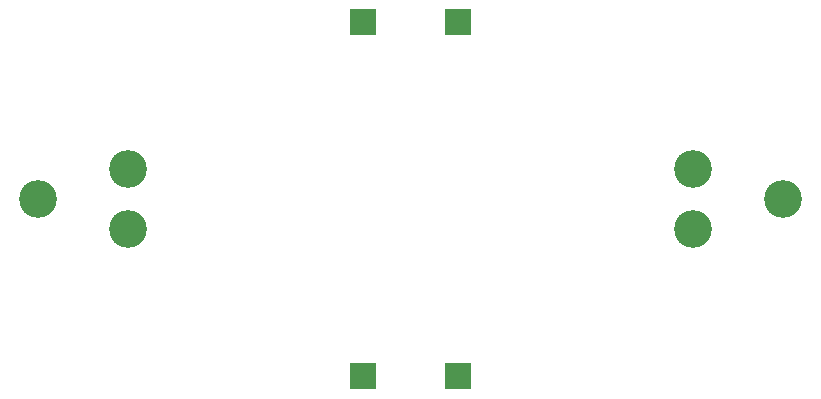
<source format=gts>
G04*
G04 #@! TF.GenerationSoftware,Altium Limited,Altium Designer,18.1.9 (240)*
G04*
G04 Layer_Color=8388736*
%FSLAX24Y24*%
%MOIN*%
G70*
G01*
G75*
%ADD14R,0.0867X0.0867*%
%ADD15C,0.1261*%
D14*
X19291Y1969D02*
D03*
Y13780D02*
D03*
X16142D02*
D03*
Y1969D02*
D03*
D15*
X5315Y7874D02*
D03*
X8315Y8874D02*
D03*
Y6874D02*
D03*
X27118Y8874D02*
D03*
Y6874D02*
D03*
X30118Y7874D02*
D03*
M02*

</source>
